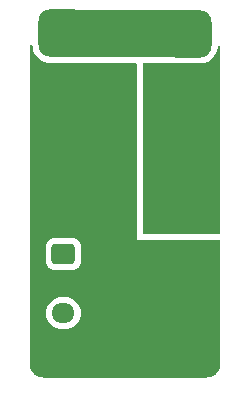
<source format=gbl>
G04 #@! TF.GenerationSoftware,KiCad,Pcbnew,7.0.8*
G04 #@! TF.CreationDate,2024-04-19T19:22:21-04:00*
G04 #@! TF.ProjectId,PMB,504d422e-6b69-4636-9164-5f7063625858,rev?*
G04 #@! TF.SameCoordinates,Original*
G04 #@! TF.FileFunction,Copper,L2,Bot*
G04 #@! TF.FilePolarity,Positive*
%FSLAX46Y46*%
G04 Gerber Fmt 4.6, Leading zero omitted, Abs format (unit mm)*
G04 Created by KiCad (PCBNEW 7.0.8) date 2024-04-19 19:22:21*
%MOMM*%
%LPD*%
G01*
G04 APERTURE LIST*
G04 Aperture macros list*
%AMRoundRect*
0 Rectangle with rounded corners*
0 $1 Rounding radius*
0 $2 $3 $4 $5 $6 $7 $8 $9 X,Y pos of 4 corners*
0 Add a 4 corners polygon primitive as box body*
4,1,4,$2,$3,$4,$5,$6,$7,$8,$9,$2,$3,0*
0 Add four circle primitives for the rounded corners*
1,1,$1+$1,$2,$3*
1,1,$1+$1,$4,$5*
1,1,$1+$1,$6,$7*
1,1,$1+$1,$8,$9*
0 Add four rect primitives between the rounded corners*
20,1,$1+$1,$2,$3,$4,$5,0*
20,1,$1+$1,$4,$5,$6,$7,0*
20,1,$1+$1,$6,$7,$8,$9,0*
20,1,$1+$1,$8,$9,$2,$3,0*%
G04 Aperture macros list end*
G04 #@! TA.AperFunction,ComponentPad*
%ADD10RoundRect,1.000000X-1.000000X-1.000000X1.000000X-1.000000X1.000000X1.000000X-1.000000X1.000000X0*%
G04 #@! TD*
G04 #@! TA.AperFunction,SMDPad,CuDef*
%ADD11RoundRect,0.636363X-1.463637X-3.163637X1.463637X-3.163637X1.463637X3.163637X-1.463637X3.163637X0*%
G04 #@! TD*
G04 #@! TA.AperFunction,ComponentPad*
%ADD12RoundRect,1.000000X1.000000X1.000000X-1.000000X1.000000X-1.000000X-1.000000X1.000000X-1.000000X0*%
G04 #@! TD*
G04 #@! TA.AperFunction,ComponentPad*
%ADD13RoundRect,0.250000X-0.725000X0.600000X-0.725000X-0.600000X0.725000X-0.600000X0.725000X0.600000X0*%
G04 #@! TD*
G04 #@! TA.AperFunction,ComponentPad*
%ADD14O,1.950000X1.700000*%
G04 #@! TD*
G04 #@! TA.AperFunction,ViaPad*
%ADD15C,0.600000*%
G04 #@! TD*
G04 #@! TA.AperFunction,Conductor*
%ADD16C,4.000000*%
G04 #@! TD*
G04 #@! TA.AperFunction,Conductor*
%ADD17C,0.650000*%
G04 #@! TD*
G04 APERTURE END LIST*
D10*
X162307125Y-82104190D03*
X162307125Y-87692190D03*
D11*
X162316862Y-94099085D03*
X151648862Y-94099085D03*
D12*
X151638000Y-87630000D03*
X151638000Y-82042000D03*
D13*
X151759554Y-100745813D03*
D14*
X151759554Y-103245813D03*
X151759554Y-105745813D03*
X151759554Y-108245813D03*
D15*
X154693417Y-83337912D03*
X157693417Y-83337912D03*
X156693417Y-81337912D03*
X159693417Y-80337912D03*
X158693417Y-80337912D03*
X159693417Y-83337912D03*
X159693417Y-81337912D03*
X159693417Y-82337912D03*
X155693417Y-80337912D03*
X158693417Y-82337912D03*
X157693417Y-80337912D03*
X157693417Y-82337912D03*
X156693417Y-82337912D03*
X155693417Y-82337912D03*
X155693417Y-81337912D03*
X154693417Y-80337912D03*
X155693417Y-83337912D03*
X158693417Y-81337912D03*
X154693417Y-82337912D03*
X157693417Y-81337912D03*
X156693417Y-80337912D03*
X156693417Y-83337912D03*
X154693417Y-81337912D03*
X158693417Y-83337912D03*
X152114000Y-90170000D03*
X151114000Y-93170000D03*
X153114000Y-93170000D03*
X150114000Y-97170000D03*
X152114000Y-92170000D03*
X154940000Y-105664000D03*
X151114000Y-97170000D03*
X150114000Y-92170000D03*
X151114000Y-91170000D03*
X151114000Y-96170000D03*
X157226000Y-101600000D03*
X156972000Y-87603619D03*
X152114000Y-95170000D03*
X150114000Y-91170000D03*
X151114000Y-94170000D03*
X150114000Y-93170000D03*
X154940000Y-103886000D03*
X159512000Y-102108000D03*
X150114000Y-90170000D03*
X152114000Y-93170000D03*
X153114000Y-94170000D03*
X153114000Y-97170000D03*
X155448000Y-97790000D03*
X151114000Y-90170000D03*
X150114000Y-96170000D03*
X153114000Y-90170000D03*
X150114000Y-94170000D03*
X152114000Y-96170000D03*
X151114000Y-95170000D03*
X153114000Y-96170000D03*
X151114000Y-92170000D03*
X153114000Y-91170000D03*
X155194000Y-85090000D03*
X152114000Y-91170000D03*
X163830000Y-101346000D03*
X152114000Y-94170000D03*
X152114000Y-97170000D03*
X153114000Y-92170000D03*
X150114000Y-95170000D03*
X153114000Y-95170000D03*
X163782000Y-93170000D03*
X160782000Y-91170000D03*
X163782000Y-97170000D03*
X162782000Y-92170000D03*
X163782000Y-90170000D03*
X161782000Y-94170000D03*
X160782000Y-94170000D03*
X161782000Y-97170000D03*
X161782000Y-95170000D03*
X163782000Y-94170000D03*
X160782000Y-90170000D03*
X161782000Y-93170000D03*
X160782000Y-92170000D03*
X160782000Y-93170000D03*
X162782000Y-96170000D03*
X161782000Y-96170000D03*
X163782000Y-96170000D03*
X160782000Y-95170000D03*
X163782000Y-95170000D03*
X158750000Y-98044000D03*
X163782000Y-92170000D03*
X162782000Y-93170000D03*
X162782000Y-95170000D03*
X162782000Y-94170000D03*
X163782000Y-91170000D03*
X161782000Y-92170000D03*
X162782000Y-97170000D03*
X161782000Y-91170000D03*
X160782000Y-96170000D03*
X160782000Y-97170000D03*
X161782000Y-90170000D03*
X162782000Y-91170000D03*
X162782000Y-90170000D03*
D16*
X162306000Y-82042000D02*
X151638000Y-82042000D01*
X151638000Y-94088223D02*
X151638000Y-87630000D01*
X151648862Y-94099085D02*
X151638000Y-94088223D01*
D17*
X151727947Y-94020000D02*
X151648862Y-94099085D01*
X152964000Y-94020000D02*
X151727947Y-94020000D01*
D16*
X162316862Y-94099085D02*
X162306000Y-94088223D01*
X162306000Y-94088223D02*
X162306000Y-87630000D01*
G04 #@! TA.AperFunction,Conductor*
G36*
X165016353Y-83136608D02*
G01*
X165050413Y-83197613D01*
X165053500Y-83225109D01*
X165053500Y-98938500D01*
X165033815Y-99005539D01*
X164981011Y-99051294D01*
X164929500Y-99062500D01*
X158617500Y-99062500D01*
X158550461Y-99042815D01*
X158504706Y-98990011D01*
X158493500Y-98938500D01*
X158493500Y-98311108D01*
X158486357Y-98226422D01*
X158486357Y-98226423D01*
X158479398Y-98185468D01*
X158462149Y-98118606D01*
X158460575Y-98110061D01*
X158454697Y-98057886D01*
X158454696Y-98030126D01*
X158457231Y-98007617D01*
X158460577Y-97977928D01*
X158462152Y-97969380D01*
X158479401Y-97902516D01*
X158486359Y-97861562D01*
X158493500Y-97776892D01*
X158493500Y-84666500D01*
X158513185Y-84599461D01*
X158565989Y-84553706D01*
X158617500Y-84542500D01*
X160843524Y-84542500D01*
X160872383Y-84546704D01*
X160872492Y-84546187D01*
X160877507Y-84547238D01*
X160877511Y-84547240D01*
X161120888Y-84598271D01*
X161140056Y-84599461D01*
X161224280Y-84604690D01*
X161224283Y-84604690D01*
X163389970Y-84604690D01*
X163452004Y-84600838D01*
X163493362Y-84598271D01*
X163736739Y-84547240D01*
X163736746Y-84547236D01*
X163736750Y-84547236D01*
X163816105Y-84516270D01*
X163968398Y-84456846D01*
X164182019Y-84329556D01*
X164182023Y-84329551D01*
X164182027Y-84329550D01*
X164371774Y-84168841D01*
X164371776Y-84168839D01*
X164532485Y-83979092D01*
X164532486Y-83979088D01*
X164532491Y-83979084D01*
X164659781Y-83765463D01*
X164750175Y-83533804D01*
X164801206Y-83290427D01*
X164805738Y-83217425D01*
X164829539Y-83151735D01*
X164885076Y-83109340D01*
X164954718Y-83103700D01*
X165016353Y-83136608D01*
G37*
G04 #@! TD.AperFunction*
G04 #@! TA.AperFunction,Conductor*
G36*
X149095703Y-83051085D02*
G01*
X149133477Y-83109863D01*
X149138262Y-83137115D01*
X149143918Y-83228235D01*
X149143919Y-83228238D01*
X149194950Y-83471615D01*
X149194953Y-83471625D01*
X149285342Y-83703269D01*
X149412639Y-83916902D01*
X149573348Y-84106649D01*
X149573350Y-84106651D01*
X149763097Y-84267360D01*
X149763103Y-84267363D01*
X149763106Y-84267366D01*
X149976727Y-84394656D01*
X149976730Y-84394657D01*
X150208374Y-84485046D01*
X150208381Y-84485048D01*
X150208386Y-84485050D01*
X150451763Y-84536081D01*
X150477611Y-84537685D01*
X150555155Y-84542500D01*
X150555158Y-84542500D01*
X151559417Y-84542500D01*
X157864000Y-84542500D01*
X157931039Y-84562185D01*
X157976794Y-84614989D01*
X157988000Y-84666500D01*
X157988000Y-97776892D01*
X157981042Y-97817846D01*
X157964632Y-97864742D01*
X157964630Y-97864750D01*
X157944435Y-98043996D01*
X157944435Y-98044003D01*
X157964630Y-98223251D01*
X157981041Y-98270148D01*
X157988000Y-98311103D01*
X157988000Y-99568000D01*
X164929500Y-99568000D01*
X164996539Y-99587685D01*
X165042294Y-99640489D01*
X165053500Y-99692000D01*
X165053500Y-110003559D01*
X165053309Y-110008426D01*
X165039497Y-110183915D01*
X165036453Y-110203133D01*
X164997070Y-110367176D01*
X164991057Y-110385682D01*
X164926495Y-110541547D01*
X164917661Y-110558884D01*
X164829515Y-110702725D01*
X164818079Y-110718466D01*
X164708513Y-110846753D01*
X164694753Y-110860513D01*
X164566466Y-110970079D01*
X164550725Y-110981515D01*
X164406884Y-111069661D01*
X164389547Y-111078495D01*
X164233682Y-111143057D01*
X164215176Y-111149070D01*
X164051133Y-111188453D01*
X164031915Y-111191497D01*
X163856427Y-111205309D01*
X163851560Y-111205500D01*
X150092440Y-111205500D01*
X150087573Y-111205309D01*
X149912084Y-111191497D01*
X149892866Y-111188453D01*
X149728823Y-111149070D01*
X149710317Y-111143057D01*
X149554452Y-111078495D01*
X149537115Y-111069661D01*
X149393274Y-110981515D01*
X149377533Y-110970079D01*
X149249246Y-110860513D01*
X149235486Y-110846753D01*
X149125920Y-110718466D01*
X149114484Y-110702725D01*
X149026338Y-110558884D01*
X149017504Y-110541547D01*
X149004994Y-110511347D01*
X148952940Y-110385675D01*
X148946931Y-110367183D01*
X148907545Y-110203128D01*
X148904502Y-110183915D01*
X148890691Y-110008425D01*
X148890500Y-110003559D01*
X148890500Y-105745813D01*
X150278895Y-105745813D01*
X150299490Y-105981216D01*
X150299492Y-105981226D01*
X150360648Y-106209468D01*
X150360650Y-106209472D01*
X150360651Y-106209476D01*
X150410585Y-106316559D01*
X150460518Y-106423641D01*
X150460519Y-106423643D01*
X150596059Y-106617215D01*
X150763151Y-106784307D01*
X150956723Y-106919847D01*
X150956725Y-106919848D01*
X151170891Y-107019716D01*
X151399146Y-107080876D01*
X151575588Y-107096313D01*
X151943520Y-107096313D01*
X152119962Y-107080876D01*
X152348217Y-107019716D01*
X152562383Y-106919848D01*
X152755955Y-106784308D01*
X152923049Y-106617214D01*
X153058589Y-106423643D01*
X153158457Y-106209476D01*
X153219617Y-105981221D01*
X153240213Y-105745813D01*
X153219617Y-105510405D01*
X153158457Y-105282150D01*
X153058589Y-105067984D01*
X153058588Y-105067982D01*
X152923048Y-104874410D01*
X152755956Y-104707318D01*
X152562384Y-104571778D01*
X152562382Y-104571777D01*
X152455300Y-104521844D01*
X152348217Y-104471910D01*
X152348213Y-104471909D01*
X152348209Y-104471907D01*
X152119967Y-104410751D01*
X152119957Y-104410749D01*
X151943520Y-104395313D01*
X151575588Y-104395313D01*
X151399150Y-104410749D01*
X151399140Y-104410751D01*
X151170898Y-104471907D01*
X151170889Y-104471911D01*
X150956725Y-104571777D01*
X150956723Y-104571778D01*
X150763151Y-104707318D01*
X150596060Y-104874410D01*
X150596055Y-104874417D01*
X150460521Y-105067978D01*
X150460519Y-105067982D01*
X150360652Y-105282148D01*
X150360648Y-105282157D01*
X150299492Y-105510399D01*
X150299490Y-105510409D01*
X150278895Y-105745812D01*
X150278895Y-105745813D01*
X148890500Y-105745813D01*
X148890500Y-101395814D01*
X150284054Y-101395814D01*
X150284055Y-101395831D01*
X150294554Y-101498609D01*
X150294555Y-101498612D01*
X150349739Y-101665144D01*
X150349740Y-101665147D01*
X150441842Y-101814469D01*
X150565898Y-101938525D01*
X150715220Y-102030627D01*
X150881757Y-102085812D01*
X150984545Y-102096313D01*
X152534562Y-102096312D01*
X152637351Y-102085812D01*
X152803888Y-102030627D01*
X152953210Y-101938525D01*
X153077266Y-101814469D01*
X153169368Y-101665147D01*
X153224553Y-101498610D01*
X153235054Y-101395822D01*
X153235053Y-100095805D01*
X153224553Y-99993016D01*
X153169368Y-99826479D01*
X153077266Y-99677157D01*
X152953210Y-99553101D01*
X152803888Y-99460999D01*
X152637351Y-99405814D01*
X152637349Y-99405813D01*
X152534564Y-99395313D01*
X150984552Y-99395313D01*
X150984535Y-99395314D01*
X150881757Y-99405813D01*
X150881754Y-99405814D01*
X150715222Y-99460998D01*
X150715217Y-99461000D01*
X150565896Y-99553102D01*
X150441843Y-99677155D01*
X150349741Y-99826476D01*
X150349740Y-99826479D01*
X150294555Y-99993016D01*
X150294555Y-99993017D01*
X150294554Y-99993017D01*
X150284054Y-100095796D01*
X150284054Y-101395814D01*
X148890500Y-101395814D01*
X148890500Y-83144798D01*
X148910185Y-83077759D01*
X148962989Y-83032004D01*
X149032147Y-83022060D01*
X149095703Y-83051085D01*
G37*
G04 #@! TD.AperFunction*
M02*

</source>
